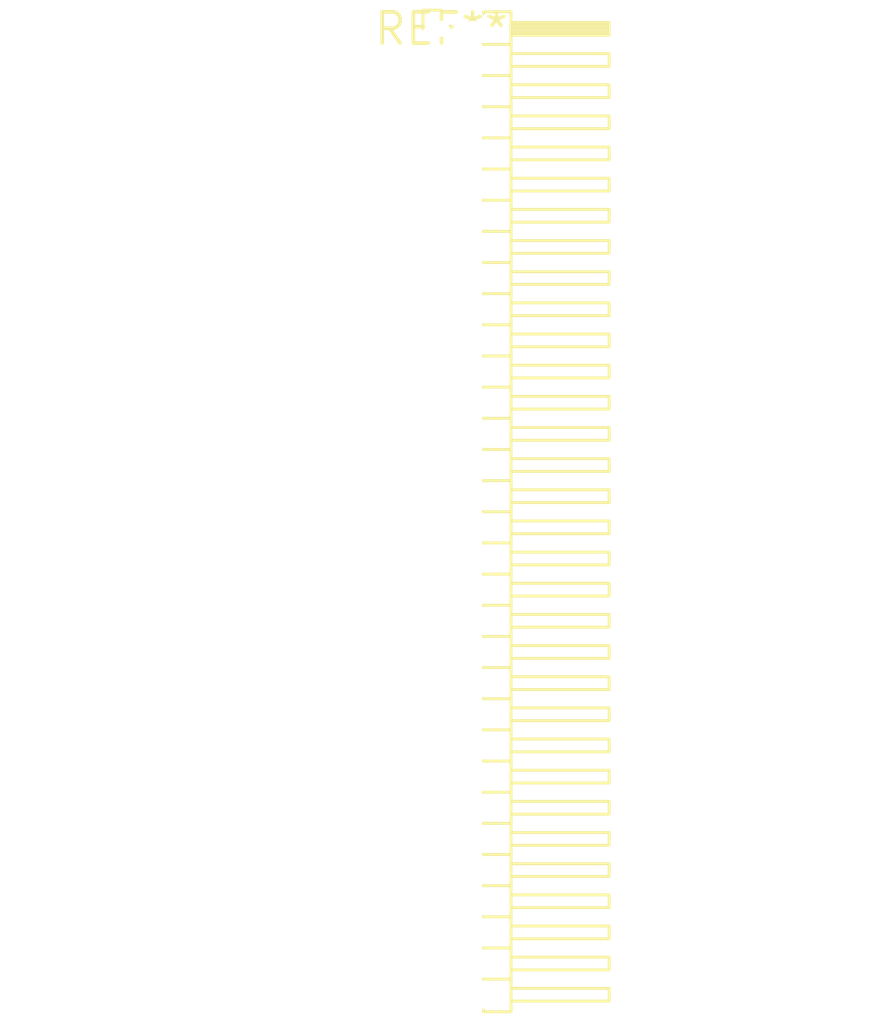
<source format=kicad_pcb>
(kicad_pcb (version 20240108) (generator pcbnew)
  (layers (0 "F.Cu" signal) (31 "B.Cu" signal) (34 "B.Paste" user) (35 "F.Paste" user) (36 "B.SilkS" user "B.Silkscreen") (37 "F.SilkS" user "F.Silkscreen") (38 "B.Mask" user) (39 "F.Mask" user) (44 "Edge.Cuts" user))
  (net 0 "")
  (footprint "PinHeader_2x32_P1.27mm_Horizontal" (layer "F.Cu") (at 0 0)
    (property "Reference" "REF**")
    (property "Value" "PinHeader_2x32_P1.27mm_Horizontal")
    (fp_line (start -0.76 -0.76) (end 0 -0.76) (layer "F.SilkS") (stroke (width 0.12)))
    (fp_line (start -0.76 0) (end -0.76 -0.76) (layer "F.SilkS") (stroke (width 0.12)))
    (fp_line (start 1.71 -0.695) (end 2.83 -0.695) (layer "F.SilkS") (stroke (width 0.12)))
    (fp_line (start 1.71 -0.619677) (end 1.71 -0.695) (layer "F.SilkS") (stroke (width 0.12)))
    (fp_line (start 1.71 0.619677) (end 1.71 0.650323) (layer "F.SilkS") (stroke (width 0.12)))
    (fp_line (start 1.71 0.635) (end 2.83 0.635) (layer "F.SilkS") (stroke (width 0.12)))
    (fp_line (start 1.71 1.889677) (end 1.71 1.920323) (layer "F.SilkS") (stroke (width 0.12)))
    (fp_line (start 1.71 1.905) (end 2.83 1.905) (layer "F.SilkS") (stroke (width 0.12)))
    (fp_line (start 1.71 3.159677) (end 1.71 3.190323) (layer "F.SilkS") (stroke (width 0.12)))
    (fp_line (start 1.71 3.175) (end 2.83 3.175) (layer "F.SilkS") (stroke (width 0.12)))
    (fp_line (start 1.71 4.429677) (end 1.71 4.460323) (layer "F.SilkS") (stroke (width 0.12)))
    (fp_line (start 1.71 4.445) (end 2.83 4.445) (layer "F.SilkS") (stroke (width 0.12)))
    (fp_line (start 1.71 5.699677) (end 1.71 5.730323) (layer "F.SilkS") (stroke (width 0.12)))
    (fp_line (start 1.71 5.715) (end 2.83 5.715) (layer "F.SilkS") (stroke (width 0.12)))
    (fp_line (start 1.71 6.969677) (end 1.71 7.000323) (layer "F.SilkS") (stroke (width 0.12)))
    (fp_line (start 1.71 6.985) (end 2.83 6.985) (layer "F.SilkS") (stroke (width 0.12)))
    (fp_line (start 1.71 8.239677) (end 1.71 8.270323) (layer "F.SilkS") (stroke (width 0.12)))
    (fp_line (start 1.71 8.255) (end 2.83 8.255) (layer "F.SilkS") (stroke (width 0.12)))
    (fp_line (start 1.71 9.509677) (end 1.71 9.540323) (layer "F.SilkS") (stroke (width 0.12)))
    (fp_line (start 1.71 9.525) (end 2.83 9.525) (layer "F.SilkS") (stroke (width 0.12)))
    (fp_line (start 1.71 10.779677) (end 1.71 10.810323) (layer "F.SilkS") (stroke (width 0.12)))
    (fp_line (start 1.71 10.795) (end 2.83 10.795) (layer "F.SilkS") (stroke (width 0.12)))
    (fp_line (start 1.71 12.049677) (end 1.71 12.080323) (layer "F.SilkS") (stroke (width 0.12)))
    (fp_line (start 1.71 12.065) (end 2.83 12.065) (layer "F.SilkS") (stroke (width 0.12)))
    (fp_line (start 1.71 13.319677) (end 1.71 13.350323) (layer "F.SilkS") (stroke (width 0.12)))
    (fp_line (start 1.71 13.335) (end 2.83 13.335) (layer "F.SilkS") (stroke (width 0.12)))
    (fp_line (start 1.71 14.589677) (end 1.71 14.620323) (layer "F.SilkS") (stroke (width 0.12)))
    (fp_line (start 1.71 14.605) (end 2.83 14.605) (layer "F.SilkS") (stroke (width 0.12)))
    (fp_line (start 1.71 15.859677) (end 1.71 15.890323) (layer "F.SilkS") (stroke (width 0.12)))
    (fp_line (start 1.71 15.875) (end 2.83 15.875) (layer "F.SilkS") (stroke (width 0.12)))
    (fp_line (start 1.71 17.129677) (end 1.71 17.160323) (layer "F.SilkS") (stroke (width 0.12)))
    (fp_line (start 1.71 17.145) (end 2.83 17.145) (layer "F.SilkS") (stroke (width 0.12)))
    (fp_line (start 1.71 18.399677) (end 1.71 18.430323) (layer "F.SilkS") (stroke (width 0.12)))
    (fp_line (start 1.71 18.415) (end 2.83 18.415) (layer "F.SilkS") (stroke (width 0.12)))
    (fp_line (start 1.71 19.669677) (end 1.71 19.700323) (layer "F.SilkS") (stroke (width 0.12)))
    (fp_line (start 1.71 19.685) (end 2.83 19.685) (layer "F.SilkS") (stroke (width 0.12)))
    (fp_line (start 1.71 20.939677) (end 1.71 20.970323) (layer "F.SilkS") (stroke (width 0.12)))
    (fp_line (start 1.71 20.955) (end 2.83 20.955) (layer "F.SilkS") (stroke (width 0.12)))
    (fp_line (start 1.71 22.209677) (end 1.71 22.240323) (layer "F.SilkS") (stroke (width 0.12)))
    (fp_line (start 1.71 22.225) (end 2.83 22.225) (layer "F.SilkS") (stroke (width 0.12)))
    (fp_line (start 1.71 23.479677) (end 1.71 23.510323) (layer "F.SilkS") (stroke (width 0.12)))
    (fp_line (start 1.71 23.495) (end 2.83 23.495) (layer "F.SilkS") (stroke (width 0.12)))
    (fp_line (start 1.71 24.749677) (end 1.71 24.780323) (layer "F.SilkS") (stroke (width 0.12)))
    (fp_line (start 1.71 24.765) (end 2.83 24.765) (layer "F.SilkS") (stroke (width 0.12)))
    (fp_line (start 1.71 26.019677) (end 1.71 26.050323) (layer "F.SilkS") (stroke (width 0.12)))
    (fp_line (start 1.71 26.035) (end 2.83 26.035) (layer "F.SilkS") (stroke (width 0.12)))
    (fp_line (start 1.71 27.289677) (end 1.71 27.320323) (layer "F.SilkS") (stroke (width 0.12)))
    (fp_line (start 1.71 27.305) (end 2.83 27.305) (layer "F.SilkS") (stroke (width 0.12)))
    (fp_line (start 1.71 28.559677) (end 1.71 28.590323) (layer "F.SilkS") (stroke (width 0.12)))
    (fp_line (start 1.71 28.575) (end 2.83 28.575) (layer "F.SilkS") (stroke (width 0.12)))
    (fp_line (start 1.71 29.829677) (end 1.71 29.860323) (layer "F.SilkS") (stroke (width 0.12)))
    (fp_line (start 1.71 29.845) (end 2.83 29.845) (layer "F.SilkS") (stroke (width 0.12)))
    (fp_line (start 1.71 31.099677) (end 1.71 31.130323) (layer "F.SilkS") (stroke (width 0.12)))
    (fp_line (start 1.71 31.115) (end 2.83 31.115) (layer "F.SilkS") (stroke (width 0.12)))
    (fp_line (start 1.71 32.369677) (end 1.71 32.400323) (layer "F.SilkS") (stroke (width 0.12)))
    (fp_line (start 1.71 32.385) (end 2.83 32.385) (layer "F.SilkS") (stroke (width 0.12)))
    (fp_line (start 1.71 33.639677) (end 1.71 33.670323) (layer "F.SilkS") (stroke (width 0.12)))
    (fp_line (start 1.71 33.655) (end 2.83 33.655) (layer "F.SilkS") (stroke (width 0.12)))
    (fp_line (start 1.71 34.909677) (end 1.71 34.940323) (layer "F.SilkS") (stroke (width 0.12)))
    (fp_line (start 1.71 34.925) (end 2.83 34.925) (layer "F.SilkS") (stroke (width 0.12)))
    (fp_line (start 1.71 36.179677) (end 1.71 36.210323) (layer "F.SilkS") (stroke (width 0.12)))
    (fp_line (start 1.71 36.195) (end 2.83 36.195) (layer "F.SilkS") (stroke (width 0.12)))
    (fp_line (start 1.71 37.449677) (end 1.71 37.480323) (layer "F.SilkS") (stroke (width 0.12)))
    (fp_line (start 1.71 37.465) (end 2.83 37.465) (layer "F.SilkS") (stroke (width 0.12)))
    (fp_line (start 1.71 38.719677) (end 1.71 38.750323) (layer "F.SilkS") (stroke (width 0.12)))
    (fp_line (start 1.71 38.735) (end 2.83 38.735) (layer "F.SilkS") (stroke (width 0.12)))
    (fp_line (start 1.71 40.065) (end 1.71 39.989677) (layer "F.SilkS") (stroke (width 0.12)))
    (fp_line (start 2.83 -0.695) (end 2.83 40.065) (layer "F.SilkS") (stroke (width 0.12)))
    (fp_line (start 2.83 -0.26) (end 6.83 -0.26) (layer "F.SilkS") (stroke (width 0.12)))
    (fp_line (start 2.83 -0.2) (end 6.83 -0.2) (layer "F.SilkS") (stroke (width 0.12)))
    (fp_line (start 2.83 -0.08) (end 6.83 -0.08) (layer "F.SilkS") (stroke (width 0.12)))
    (fp_line (start 2.83 0.04) (end 6.83 0.04) (layer "F.SilkS") (stroke (width 0.12)))
    (fp_line (start 2.83 0.16) (end 6.83 0.16) (layer "F.SilkS") (stroke (width 0.12)))
    (fp_line (start 2.83 1.01) (end 6.83 1.01) (layer "F.SilkS") (stroke (width 0.12)))
    (fp_line (start 2.83 2.28) (end 6.83 2.28) (layer "F.SilkS") (stroke (width 0.12)))
    (fp_line (start 2.83 3.55) (end 6.83 3.55) (layer "F.SilkS") (stroke (width 0.12)))
    (fp_line (start 2.83 4.82) (end 6.83 4.82) (layer "F.SilkS") (stroke (width 0.12)))
    (fp_line (start 2.83 6.09) (end 6.83 6.09) (layer "F.SilkS") (stroke (width 0.12)))
    (fp_line (start 2.83 7.36) (end 6.83 7.36) (layer "F.SilkS") (stroke (width 0.12)))
    (fp_line (start 2.83 8.63) (end 6.83 8.63) (layer "F.SilkS") (stroke (width 0.12)))
    (fp_line (start 2.83 9.9) (end 6.83 9.9) (layer "F.SilkS") (stroke (width 0.12)))
    (fp_line (start 2.83 11.17) (end 6.83 11.17) (layer "F.SilkS") (stroke (width 0.12)))
    (fp_line (start 2.83 12.44) (end 6.83 12.44) (layer "F.SilkS") (stroke (width 0.12)))
    (fp_line (start 2.83 13.71) (end 6.83 13.71) (layer "F.SilkS") (stroke (width 0.12)))
    (fp_line (start 2.83 14.98) (end 6.83 14.98) (layer "F.SilkS") (stroke (width 0.12)))
    (fp_line (start 2.83 16.25) (end 6.83 16.25) (layer "F.SilkS") (stroke (width 0.12)))
    (fp_line (start 2.83 17.52) (end 6.83 17.52) (layer "F.SilkS") (stroke (width 0.12)))
    (fp_line (start 2.83 18.79) (end 6.83 18.79) (layer "F.SilkS") (stroke (width 0.12)))
    (fp_line (start 2.83 20.06) (end 6.83 20.06) (layer "F.SilkS") (stroke (width 0.12)))
    (fp_line (start 2.83 21.33) (end 6.83 21.33) (layer "F.SilkS") (stroke (width 0.12)))
    (fp_line (start 2.83 22.6) (end 6.83 22.6) (layer "F.SilkS") (stroke (width 0.12)))
    (fp_line (start 2.83 23.87) (end 6.83 23.87) (layer "F.SilkS") (stroke (width 0.12)))
    (fp_line (start 2.83 25.14) (end 6.83 25.14) (layer "F.SilkS") (stroke (width 0.12)))
    (fp_line (start 2.83 26.41) (end 6.83 26.41) (layer "F.SilkS") (stroke (width 0.12)))
    (fp_line (start 2.83 27.68) (end 6.83 27.68) (layer "F.SilkS") (stroke (width 0.12)))
    (fp_line (start 2.83 28.95) (end 6.83 28.95) (layer "F.SilkS") (stroke (width 0.12)))
    (fp_line (start 2.83 30.22) (end 6.83 30.22) (layer "F.SilkS") (stroke (width 0.12)))
    (fp_line (start 2.83 31.49) (end 6.83 31.49) (layer "F.SilkS") (stroke (width 0.12)))
    (fp_line (start 2.83 32.76) (end 6.83 32.76) (layer "F.SilkS") (stroke (width 0.12)))
    (fp_line (start 2.83 34.03) (end 6.83 34.03) (layer "F.SilkS") (stroke (width 0.12)))
    (fp_line (start 2.83 35.3) (end 6.83 35.3) (layer "F.SilkS") (stroke (width 0.12)))
    (fp_line (start 2.83 36.57) (end 6.83 36.57) (layer "F.SilkS") (stroke (width 0.12)))
    (fp_line (start 2.83 37.84) (end 6.83 37.84) (layer "F.SilkS") (stroke (width 0.12)))
    (fp_line (start 2.83 39.11) (end 6.83 39.11) (layer "F.SilkS") (stroke (width 0.12)))
    (fp_line (start 2.83 40.065) (end 1.71 40.065) (layer "F.SilkS") (stroke (width 0.12)))
    (fp_line (start 6.83 -0.26) (end 6.83 0.26) (layer "F.SilkS") (stroke (width 0.12)))
    (fp_line (start 6.83 0.26) (end 2.83 0.26) (layer "F.SilkS") (stroke (width 0.12)))
    (fp_line (start 6.83 1.01) (end 6.83 1.53) (layer "F.SilkS") (stroke (width 0.12)))
    (fp_line (start 6.83 1.53) (end 2.83 1.53) (layer "F.SilkS") (stroke (width 0.12)))
    (fp_line (start 6.83 2.28) (end 6.83 2.8) (layer "F.SilkS") (stroke (width 0.12)))
    (fp_line (start 6.83 2.8) (end 2.83 2.8) (layer "F.SilkS") (stroke (width 0.12)))
    (fp_line (start 6.83 3.55) (end 6.83 4.07) (layer "F.SilkS") (stroke (width 0.12)))
    (fp_line (start 6.83 4.07) (end 2.83 4.07) (layer "F.SilkS") (stroke (width 0.12)))
    (fp_line (start 6.83 4.82) (end 6.83 5.34) (layer "F.SilkS") (stroke (width 0.12)))
    (fp_line (start 6.83 5.34) (end 2.83 5.34) (layer "F.SilkS") (stroke (width 0.12)))
    (fp_line (start 6.83 6.09) (end 6.83 6.61) (layer "F.SilkS") (stroke (width 0.12)))
    (fp_line (start 6.83 6.61) (end 2.83 6.61) (layer "F.SilkS") (stroke (width 0.12)))
    (fp_line (start 6.83 7.36) (end 6.83 7.88) (layer "F.SilkS") (stroke (width 0.12)))
    (fp_line (start 6.83 7.88) (end 2.83 7.88) (layer "F.SilkS") (stroke (width 0.12)))
    (fp_line (start 6.83 8.63) (end 6.83 9.15) (layer "F.SilkS") (stroke (width 0.12)))
    (fp_line (start 6.83 9.15) (end 2.83 9.15) (layer "F.SilkS") (stroke (width 0.12)))
    (fp_line (start 6.83 9.9) (end 6.83 10.42) (layer "F.SilkS") (stroke (width 0.12)))
    (fp_line (start 6.83 10.42) (end 2.83 10.42) (layer "F.SilkS") (stroke (width 0.12)))
    (fp_line (start 6.83 11.17) (end 6.83 11.69) (layer "F.SilkS") (stroke (width 0.12)))
    (fp_line (start 6.83 11.69) (end 2.83 11.69) (layer "F.SilkS") (stroke (width 0.12)))
    (fp_line (start 6.83 12.44) (end 6.83 12.96) (layer "F.SilkS") (stroke (width 0.12)))
    (fp_line (start 6.83 12.96) (end 2.83 12.96) (layer "F.SilkS") (stroke (width 0.12)))
    (fp_line (start 6.83 13.71) (end 6.83 14.23) (layer "F.SilkS") (stroke (width 0.12)))
    (fp_line (start 6.83 14.23) (end 2.83 14.23) (layer "F.SilkS") (stroke (width 0.12)))
    (fp_line (start 6.83 14.98) (end 6.83 15.5) (layer "F.SilkS") (stroke (width 0.12)))
    (fp_line (start 6.83 15.5) (end 2.83 15.5) (layer "F.SilkS") (stroke (width 0.12)))
    (fp_line (start 6.83 16.25) (end 6.83 16.77) (layer "F.SilkS") (stroke (width 0.12)))
    (fp_line (start 6.83 16.77) (end 2.83 16.77) (layer "F.SilkS") (stroke (width 0.12)))
    (fp_line (start 6.83 17.52) (end 6.83 18.04) (layer "F.SilkS") (stroke (width 0.12)))
    (fp_line (start 6.83 18.04) (end 2.83 18.04) (layer "F.SilkS") (stroke (width 0.12)))
    (fp_line (start 6.83 18.79) (end 6.83 19.31) (layer "F.SilkS") (stroke (width 0.12)))
    (fp_line (start 6.83 19.31) (end 2.83 19.31) (layer "F.SilkS") (stroke (width 0.12)))
    (fp_line (start 6.83 20.06) (end 6.83 20.58) (layer "F.SilkS") (stroke (width 0.12)))
    (fp_line (start 6.83 20.58) (end 2.83 20.58) (layer "F.SilkS") (stroke (width 0.12)))
    (fp_line (start 6.83 21.33) (end 6.83 21.85) (layer "F.SilkS") (stroke (width 0.12)))
    (fp_line (start 6.83 21.85) (end 2.83 21.85) (layer "F.SilkS") (stroke (width 0.12)))
    (fp_line (start 6.83 22.6) (end 6.83 23.12) (layer "F.SilkS") (stroke (width 0.12)))
    (fp_line (start 6.83 23.12) (end 2.83 23.12) (layer "F.SilkS") (stroke (width 0.12)))
    (fp_line (start 6.83 23.87) (end 6.83 24.39) (layer "F.SilkS") (stroke (width 0.12)))
    (fp_line (start 6.83 24.39) (end 2.83 24.39) (layer "F.SilkS") (stroke (width 0.12)))
    (fp_line (start 6.83 25.14) (end 6.83 25.66) (layer "F.SilkS") (stroke (width 0.12)))
    (fp_line (start 6.83 25.66) (end 2.83 25.66) (layer "F.SilkS") (stroke (width 0.12)))
    (fp_line (start 6.83 26.41) (end 6.83 26.93) (layer "F.SilkS") (stroke (width 0.12)))
    (fp_line (start 6.83 26.93) (end 2.83 26.93) (layer "F.SilkS") (stroke (width 0.12)))
    (fp_line (start 6.83 27.68) (end 6.83 28.2) (layer "F.SilkS") (stroke (width 0.12)))
    (fp_line (start 6.83 28.2) (end 2.83 28.2) (layer "F.SilkS") (stroke (width 0.12)))
    (fp_line (start 6.83 28.95) (end 6.83 29.47) (layer "F.SilkS") (stroke (width 0.12)))
    (fp_line (start 6.83 29.47) (end 2.83 29.47) (layer "F.SilkS") (stroke (width 0.12)))
    (fp_line (start 6.83 30.22) (end 6.83 30.74) (layer "F.SilkS") (stroke (width 0.12)))
    (fp_line (start 6.83 30.74) (end 2.83 30.74) (layer "F.SilkS") (stroke (width 0.12)))
    (fp_line (start 6.83 31.49) (end 6.83 32.01) (layer "F.SilkS") (stroke (width 0.12)))
    (fp_line (start 6.83 32.01) (end 2.83 32.01) (layer "F.SilkS") (stroke (width 0.12)))
    (fp_line (start 6.83 32.76) (end 6.83 33.28) (layer "F.SilkS") (stroke (width 0.12)))
    (fp_line (start 6.83 33.28) (end 2.83 33.28) (layer "F.SilkS") (stroke (width 0.12)))
    (fp_line (start 6.83 34.03) (end 6.83 34.55) (layer "F.SilkS") (stroke (width 0.12)))
    (fp_line (start 6.83 34.55) (end 2.83 34.55) (layer "F.SilkS") (stroke (width 0.12)))
    (fp_line (start 6.83 35.3) (end 6.83 35.82) (layer "F.SilkS") (stroke (width 0.12)))
    (fp_line (start 6.83 35.82) (end 2.83 35.82) (layer "F.SilkS") (stroke (width 0.12)))
    (fp_line (start 6.83 36.57) (end 6.83 37.09) (layer "F.SilkS") (stroke (width 0.12)))
    (fp_line (start 6.83 37.09) (end 2.83 37.09) (layer "F.SilkS") (stroke (width 0.12)))
    (fp_line (start 6.83 37.84) (end 6.83 38.36) (layer "F.SilkS") (stroke (width 0.12)))
    (fp_line (start 6.83 38.36) (end 2.83 38.36) (layer "F.SilkS") (stroke (width 0.12)))
    (fp_line (start 6.83 39.11) (end 6.83 39.63) (layer "F.SilkS") (stroke (width 0.12)))
    (fp_line (start 6.83 39.63) (end 2.83 39.63) (layer "F.SilkS") (stroke (width 0.12)))
    (pad "1" thru_hole rect (at 0 0) (size 1 1) (drill 0.65) (layers *.Cu *.Mask) (remove_unused_layers))
    (pad "2" thru_hole oval (at 1.27 0) (size 1 1) (drill 0.65) (layers *.Cu *.Mask) (remove_unused_layers))
    (pad "3" thru_hole oval (at 0 1.27) (size 1 1) (drill 0.65) (layers *.Cu *.Mask) (remove_unused_layers))
    (pad "4" thru_hole oval (at 1.27 1.27) (size 1 1) (drill 0.65) (layers *.Cu *.Mask) (remove_unused_layers))
    (pad "5" thru_hole oval (at 0 2.54) (size 1 1) (drill 0.65) (layers *.Cu *.Mask) (remove_unused_layers))
    (pad "6" thru_hole oval (at 1.27 2.54) (size 1 1) (drill 0.65) (layers *.Cu *.Mask) (remove_unused_layers))
    (pad "7" thru_hole oval (at 0 3.81) (size 1 1) (drill 0.65) (layers *.Cu *.Mask) (remove_unused_layers))
    (pad "8" thru_hole oval (at 1.27 3.81) (size 1 1) (drill 0.65) (layers *.Cu *.Mask) (remove_unused_layers))
    (pad "9" thru_hole oval (at 0 5.08) (size 1 1) (drill 0.65) (layers *.Cu *.Mask) (remove_unused_layers))
    (pad "10" thru_hole oval (at 1.27 5.08) (size 1 1) (drill 0.65) (layers *.Cu *.Mask) (remove_unused_layers))
    (pad "11" thru_hole oval (at 0 6.35) (size 1 1) (drill 0.65) (layers *.Cu *.Mask) (remove_unused_layers))
    (pad "12" thru_hole oval (at 1.27 6.35) (size 1 1) (drill 0.65) (layers *.Cu *.Mask) (remove_unused_layers))
    (pad "13" thru_hole oval (at 0 7.62) (size 1 1) (drill 0.65) (layers *.Cu *.Mask) (remove_unused_layers))
    (pad "14" thru_hole oval (at 1.27 7.62) (size 1 1) (drill 0.65) (layers *.Cu *.Mask) (remove_unused_layers))
    (pad "15" thru_hole oval (at 0 8.89) (size 1 1) (drill 0.65) (layers *.Cu *.Mask) (remove_unused_layers))
    (pad "16" thru_hole oval (at 1.27 8.89) (size 1 1) (drill 0.65) (layers *.Cu *.Mask) (remove_unused_layers))
    (pad "17" thru_hole oval (at 0 10.16) (size 1 1) (drill 0.65) (layers *.Cu *.Mask) (remove_unused_layers))
    (pad "18" thru_hole oval (at 1.27 10.16) (size 1 1) (drill 0.65) (layers *.Cu *.Mask) (remove_unused_layers))
    (pad "19" thru_hole oval (at 0 11.43) (size 1 1) (drill 0.65) (layers *.Cu *.Mask) (remove_unused_layers))
    (pad "20" thru_hole oval (at 1.27 11.43) (size 1 1) (drill 0.65) (layers *.Cu *.Mask) (remove_unused_layers))
    (pad "21" thru_hole oval (at 0 12.7) (size 1 1) (drill 0.65) (layers *.Cu *.Mask) (remove_unused_layers))
    (pad "22" thru_hole oval (at 1.27 12.7) (size 1 1) (drill 0.65) (layers *.Cu *.Mask) (remove_unused_layers))
    (pad "23" thru_hole oval (at 0 13.97) (size 1 1) (drill 0.65) (layers *.Cu *.Mask) (remove_unused_layers))
    (pad "24" thru_hole oval (at 1.27 13.97) (size 1 1) (drill 0.65) (layers *.Cu *.Mask) (remove_unused_layers))
    (pad "25" thru_hole oval (at 0 15.24) (size 1 1) (drill 0.65) (layers *.Cu *.Mask) (remove_unused_layers))
    (pad "26" thru_hole oval (at 1.27 15.24) (size 1 1) (drill 0.65) (layers *.Cu *.Mask) (remove_unused_layers))
    (pad "27" thru_hole oval (at 0 16.51) (size 1 1) (drill 0.65) (layers *.Cu *.Mask) (remove_unused_layers))
    (pad "28" thru_hole oval (at 1.27 16.51) (size 1 1) (drill 0.65) (layers *.Cu *.Mask) (remove_unused_layers))
    (pad "29" thru_hole oval (at 0 17.78) (size 1 1) (drill 0.65) (layers *.Cu *.Mask) (remove_unused_layers))
    (pad "30" thru_hole oval (at 1.27 17.78) (size 1 1) (drill 0.65) (layers *.Cu *.Mask) (remove_unused_layers))
    (pad "31" thru_hole oval (at 0 19.05) (size 1 1) (drill 0.65) (layers *.Cu *.Mask) (remove_unused_layers))
    (pad "32" thru_hole oval (at 1.27 19.05) (size 1 1) (drill 0.65) (layers *.Cu *.Mask) (remove_unused_layers))
    (pad "33" thru_hole oval (at 0 20.32) (size 1 1) (drill 0.65) (layers *.Cu *.Mask) (remove_unused_layers))
    (pad "34" thru_hole oval (at 1.27 20.32) (size 1 1) (drill 0.65) (layers *.Cu *.Mask) (remove_unused_layers))
    (pad "35" thru_hole oval (at 0 21.59) (size 1 1) (drill 0.65) (layers *.Cu *.Mask) (remove_unused_layers))
    (pad "36" thru_hole oval (at 1.27 21.59) (size 1 1) (drill 0.65) (layers *.Cu *.Mask) (remove_unused_layers))
    (pad "37" thru_hole oval (at 0 22.86) (size 1 1) (drill 0.65) (layers *.Cu *.Mask) (remove_unused_layers))
    (pad "38" thru_hole oval (at 1.27 22.86) (size 1 1) (drill 0.65) (layers *.Cu *.Mask) (remove_unused_layers))
    (pad "39" thru_hole oval (at 0 24.13) (size 1 1) (drill 0.65) (layers *.Cu *.Mask) (remove_unused_layers))
    (pad "40" thru_hole oval (at 1.27 24.13) (size 1 1) (drill 0.65) (layers *.Cu *.Mask) (remove_unused_layers))
    (pad "41" thru_hole oval (at 0 25.4) (size 1 1) (drill 0.65) (layers *.Cu *.Mask) (remove_unused_layers))
    (pad "42" thru_hole oval (at 1.27 25.4) (size 1 1) (drill 0.65) (layers *.Cu *.Mask) (remove_unused_layers))
    (pad "43" thru_hole oval (at 0 26.67) (size 1 1) (drill 0.65) (layers *.Cu *.Mask) (remove_unused_layers))
    (pad "44" thru_hole oval (at 1.27 26.67) (size 1 1) (drill 0.65) (layers *.Cu *.Mask) (remove_unused_layers))
    (pad "45" thru_hole oval (at 0 27.94) (size 1 1) (drill 0.65) (layers *.Cu *.Mask) (remove_unused_layers))
    (pad "46" thru_hole oval (at 1.27 27.94) (size 1 1) (drill 0.65) (layers *.Cu *.Mask) (remove_unused_layers))
    (pad "47" thru_hole oval (at 0 29.21) (size 1 1) (drill 0.65) (layers *.Cu *.Mask) (remove_unused_layers))
    (pad "48" thru_hole oval (at 1.27 29.21) (size 1 1) (drill 0.65) (layers *.Cu *.Mask) (remove_unused_layers))
    (pad "49" thru_hole oval (at 0 30.48) (size 1 1) (drill 0.65) (layers *.Cu *.Mask) (remove_unused_layers))
    (pad "50" thru_hole oval (at 1.27 30.48) (size 1 1) (drill 0.65) (layers *.Cu *.Mask) (remove_unused_layers))
    (pad "51" thru_hole oval (at 0 31.75) (size 1 1) (drill 0.65) (layers *.Cu *.Mask) (remove_unused_layers))
    (pad "52" thru_hole oval (at 1.27 31.75) (size 1 1) (drill 0.65) (layers *.Cu *.Mask) (remove_unused_layers))
    (pad "53" thru_hole oval (at 0 33.02) (size 1 1) (drill 0.65) (layers *.Cu *.Mask) (remove_unused_layers))
    (pad "54" thru_hole oval (at 1.27 33.02) (size 1 1) (drill 0.65) (layers *.Cu *.Mask) (remove_unused_layers))
    (pad "55" thru_hole oval (at 0 34.29) (size 1 1) (drill 0.65) (layers *.Cu *.Mask) (remove_unused_layers))
    (pad "56" thru_hole oval (at 1.27 34.29) (size 1 1) (drill 0.65) (layers *.Cu *.Mask) (remove_unused_layers))
    (pad "57" thru_hole oval (at 0 35.56) (size 1 1) (drill 0.65) (layers *.Cu *.Mask) (remove_unused_layers))
    (pad "58" thru_hole oval (at 1.27 35.56) (size 1 1) (drill 0.65) (layers *.Cu *.Mask) (remove_unused_layers))
    (pad "59" thru_hole oval (at 0 36.83) (size 1 1) (drill 0.65) (layers *.Cu *.Mask) (remove_unused_layers))
    (pad "60" thru_hole oval (at 1.27 36.83) (size 1 1) (drill 0.65) (layers *.Cu *.Mask) (remove_unused_layers))
    (pad "61" thru_hole oval (at 0 38.1) (size 1 1) (drill 0.65) (layers *.Cu *.Mask) (remove_unused_layers))
    (pad "62" thru_hole oval (at 1.27 38.1) (size 1 1) (drill 0.65) (layers *.Cu *.Mask) (remove_unused_layers))
    (pad "63" thru_hole oval (at 0 39.37) (size 1 1) (drill 0.65) (layers *.Cu *.Mask) (remove_unused_layers))
    (pad "64" thru_hole oval (at 1.27 39.37) (size 1 1) (drill 0.65) (layers *.Cu *.Mask) (remove_unused_layers))
  )
)
</source>
